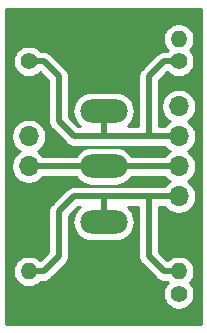
<source format=gbr>
%TF.GenerationSoftware,KiCad,Pcbnew,(5.1.10)-1*%
%TF.CreationDate,2021-09-06T20:37:00+10:00*%
%TF.ProjectId,BasicSwitchBO,42617369-6353-4776-9974-6368424f2e6b,rev?*%
%TF.SameCoordinates,Original*%
%TF.FileFunction,Copper,L2,Bot*%
%TF.FilePolarity,Positive*%
%FSLAX46Y46*%
G04 Gerber Fmt 4.6, Leading zero omitted, Abs format (unit mm)*
G04 Created by KiCad (PCBNEW (5.1.10)-1) date 2021-09-06 20:37:00*
%MOMM*%
%LPD*%
G01*
G04 APERTURE LIST*
%TA.AperFunction,ComponentPad*%
%ADD10O,4.000000X2.000000*%
%TD*%
%TA.AperFunction,ComponentPad*%
%ADD11R,1.700000X1.700000*%
%TD*%
%TA.AperFunction,ComponentPad*%
%ADD12O,1.700000X1.700000*%
%TD*%
%TA.AperFunction,ComponentPad*%
%ADD13C,1.400000*%
%TD*%
%TA.AperFunction,ComponentPad*%
%ADD14O,1.400000X1.400000*%
%TD*%
%TA.AperFunction,ComponentPad*%
%ADD15C,6.400000*%
%TD*%
%TA.AperFunction,ComponentPad*%
%ADD16C,0.800000*%
%TD*%
%TA.AperFunction,Conductor*%
%ADD17C,0.500000*%
%TD*%
%TA.AperFunction,Conductor*%
%ADD18C,0.250000*%
%TD*%
%TA.AperFunction,Conductor*%
%ADD19C,0.254000*%
%TD*%
%TA.AperFunction,Conductor*%
%ADD20C,0.100000*%
%TD*%
G04 APERTURE END LIST*
D10*
%TO.P,SW1,1*%
%TO.N,Net-(J2-Pad2)*%
X166370000Y-110110000D03*
%TO.P,SW1,2*%
%TO.N,Net-(J1-Pad2)*%
X166370000Y-105410000D03*
%TO.P,SW1,3*%
%TO.N,Net-(J2-Pad4)*%
X166370000Y-100710000D03*
%TD*%
D11*
%TO.P,J1,1*%
%TO.N,GND*%
X160020000Y-107950000D03*
D12*
%TO.P,J1,2*%
%TO.N,Net-(J1-Pad2)*%
X160020000Y-105410000D03*
%TO.P,J1,3*%
%TO.N,VCC*%
X160020000Y-102870000D03*
%TD*%
D13*
%TO.P,R4,1*%
%TO.N,Net-(J2-Pad4)*%
X160020000Y-96520000D03*
D14*
%TO.P,R4,2*%
%TO.N,GND*%
X160020000Y-94620000D03*
%TD*%
D13*
%TO.P,R3,1*%
%TO.N,GND*%
X160020000Y-116200000D03*
D14*
%TO.P,R3,2*%
%TO.N,Net-(J2-Pad2)*%
X160020000Y-114300000D03*
%TD*%
D13*
%TO.P,R2,1*%
%TO.N,Net-(J2-Pad4)*%
X172720000Y-96520000D03*
D14*
%TO.P,R2,2*%
%TO.N,VCC*%
X172720000Y-94620000D03*
%TD*%
D13*
%TO.P,R1,1*%
%TO.N,VCC*%
X172720000Y-116200000D03*
D14*
%TO.P,R1,2*%
%TO.N,Net-(J2-Pad2)*%
X172720000Y-114300000D03*
%TD*%
D11*
%TO.P,J2,1*%
%TO.N,GND*%
X172720000Y-110490000D03*
D12*
%TO.P,J2,2*%
%TO.N,Net-(J2-Pad2)*%
X172720000Y-107950000D03*
%TO.P,J2,3*%
%TO.N,Net-(J1-Pad2)*%
X172720000Y-105410000D03*
%TO.P,J2,4*%
%TO.N,Net-(J2-Pad4)*%
X172720000Y-102870000D03*
%TO.P,J2,5*%
%TO.N,VCC*%
X172720000Y-100330000D03*
%TD*%
D15*
%TO.P,H2,1*%
%TO.N,GND*%
X166370000Y-115570000D03*
D16*
X168770000Y-115570000D03*
X168067056Y-117267056D03*
X166370000Y-117970000D03*
X164672944Y-117267056D03*
X163970000Y-115570000D03*
X164672944Y-113872944D03*
X166370000Y-113170000D03*
X168067056Y-113872944D03*
%TD*%
D15*
%TO.P,H1,1*%
%TO.N,GND*%
X166370000Y-95250000D03*
D16*
X168770000Y-95250000D03*
X168067056Y-96947056D03*
X166370000Y-97650000D03*
X164672944Y-96947056D03*
X163970000Y-95250000D03*
X164672944Y-93552944D03*
X166370000Y-92850000D03*
X168067056Y-93552944D03*
%TD*%
D17*
%TO.N,Net-(J1-Pad2)*%
X160020000Y-105410000D02*
X166370000Y-105410000D01*
X166370000Y-105410000D02*
X172720000Y-105410000D01*
%TO.N,Net-(J2-Pad2)*%
X166370000Y-107950000D02*
X166370000Y-110110000D01*
D18*
X171450000Y-107950000D02*
X172720000Y-107950000D01*
D17*
X170180000Y-107950000D02*
X166370000Y-107950000D01*
X172720000Y-107950000D02*
X170180000Y-107950000D01*
X172720000Y-114300000D02*
X171450000Y-114300000D01*
X171450000Y-114300000D02*
X170180000Y-113030000D01*
X170180000Y-113030000D02*
X170180000Y-107950000D01*
X163830000Y-107950000D02*
X166370000Y-107950000D01*
X162560000Y-113030000D02*
X162560000Y-109220000D01*
X162560000Y-109220000D02*
X163830000Y-107950000D01*
X161290000Y-114300000D02*
X162560000Y-113030000D01*
X160020000Y-114300000D02*
X161290000Y-114300000D01*
%TO.N,Net-(J2-Pad4)*%
X166370000Y-102870000D02*
X166370000Y-100710000D01*
X172720000Y-96520000D02*
X171450000Y-96520000D01*
X171450000Y-96520000D02*
X170180000Y-97790000D01*
X163830000Y-102870000D02*
X172720000Y-102870000D01*
X162560000Y-97790000D02*
X162560000Y-101600000D01*
X162560000Y-101600000D02*
X163830000Y-102870000D01*
X161290000Y-96520000D02*
X162560000Y-97790000D01*
X160020000Y-96520000D02*
X161290000Y-96520000D01*
X170180000Y-97790000D02*
X170180000Y-102870000D01*
%TD*%
D19*
%TO.N,GND*%
X174600001Y-118720000D02*
X158140000Y-118720000D01*
X158140000Y-102723740D01*
X158535000Y-102723740D01*
X158535000Y-103016260D01*
X158592068Y-103303158D01*
X158704010Y-103573411D01*
X158866525Y-103816632D01*
X159073368Y-104023475D01*
X159247760Y-104140000D01*
X159073368Y-104256525D01*
X158866525Y-104463368D01*
X158704010Y-104706589D01*
X158592068Y-104976842D01*
X158535000Y-105263740D01*
X158535000Y-105556260D01*
X158592068Y-105843158D01*
X158704010Y-106113411D01*
X158866525Y-106356632D01*
X159073368Y-106563475D01*
X159316589Y-106725990D01*
X159586842Y-106837932D01*
X159873740Y-106895000D01*
X160166260Y-106895000D01*
X160453158Y-106837932D01*
X160723411Y-106725990D01*
X160966632Y-106563475D01*
X161173475Y-106356632D01*
X161214656Y-106295000D01*
X163989135Y-106295000D01*
X164003969Y-106322752D01*
X164208286Y-106571714D01*
X164457248Y-106776031D01*
X164741285Y-106927852D01*
X165049484Y-107021343D01*
X165289678Y-107045000D01*
X167450322Y-107045000D01*
X167690516Y-107021343D01*
X167998715Y-106927852D01*
X168282752Y-106776031D01*
X168531714Y-106571714D01*
X168736031Y-106322752D01*
X168750865Y-106295000D01*
X171525344Y-106295000D01*
X171566525Y-106356632D01*
X171773368Y-106563475D01*
X171947760Y-106680000D01*
X171773368Y-106796525D01*
X171566525Y-107003368D01*
X171525344Y-107065000D01*
X170223477Y-107065000D01*
X170180000Y-107060718D01*
X170136524Y-107065000D01*
X166413476Y-107065000D01*
X166370000Y-107060718D01*
X166326523Y-107065000D01*
X163873465Y-107065000D01*
X163829999Y-107060719D01*
X163786533Y-107065000D01*
X163786523Y-107065000D01*
X163656510Y-107077805D01*
X163489687Y-107128411D01*
X163335941Y-107210589D01*
X163335939Y-107210590D01*
X163335940Y-107210590D01*
X163234953Y-107293468D01*
X163234951Y-107293470D01*
X163201183Y-107321183D01*
X163173470Y-107354951D01*
X161964951Y-108563471D01*
X161931184Y-108591183D01*
X161903471Y-108624951D01*
X161903468Y-108624954D01*
X161820590Y-108725941D01*
X161738412Y-108879687D01*
X161687805Y-109046510D01*
X161670719Y-109220000D01*
X161675001Y-109263479D01*
X161675000Y-112663421D01*
X160973198Y-113365223D01*
X160871013Y-113263038D01*
X160652359Y-113116939D01*
X160409405Y-113016304D01*
X160151486Y-112965000D01*
X159888514Y-112965000D01*
X159630595Y-113016304D01*
X159387641Y-113116939D01*
X159168987Y-113263038D01*
X158983038Y-113448987D01*
X158836939Y-113667641D01*
X158736304Y-113910595D01*
X158685000Y-114168514D01*
X158685000Y-114431486D01*
X158736304Y-114689405D01*
X158836939Y-114932359D01*
X158983038Y-115151013D01*
X159168987Y-115336962D01*
X159387641Y-115483061D01*
X159630595Y-115583696D01*
X159888514Y-115635000D01*
X160151486Y-115635000D01*
X160409405Y-115583696D01*
X160652359Y-115483061D01*
X160871013Y-115336962D01*
X161022975Y-115185000D01*
X161246531Y-115185000D01*
X161290000Y-115189281D01*
X161333469Y-115185000D01*
X161333477Y-115185000D01*
X161463490Y-115172195D01*
X161630313Y-115121589D01*
X161784059Y-115039411D01*
X161918817Y-114928817D01*
X161946534Y-114895044D01*
X163155050Y-113686529D01*
X163188817Y-113658817D01*
X163216533Y-113625046D01*
X163299410Y-113524060D01*
X163299411Y-113524059D01*
X163381589Y-113370313D01*
X163432195Y-113203490D01*
X163445000Y-113073477D01*
X163445000Y-113073467D01*
X163449281Y-113030001D01*
X163445000Y-112986535D01*
X163445000Y-109586578D01*
X164196579Y-108835000D01*
X164346326Y-108835000D01*
X164208286Y-108948286D01*
X164003969Y-109197248D01*
X163852148Y-109481285D01*
X163758657Y-109789484D01*
X163727089Y-110110000D01*
X163758657Y-110430516D01*
X163852148Y-110738715D01*
X164003969Y-111022752D01*
X164208286Y-111271714D01*
X164457248Y-111476031D01*
X164741285Y-111627852D01*
X165049484Y-111721343D01*
X165289678Y-111745000D01*
X167450322Y-111745000D01*
X167690516Y-111721343D01*
X167998715Y-111627852D01*
X168282752Y-111476031D01*
X168531714Y-111271714D01*
X168736031Y-111022752D01*
X168887852Y-110738715D01*
X168981343Y-110430516D01*
X169012911Y-110110000D01*
X168981343Y-109789484D01*
X168887852Y-109481285D01*
X168736031Y-109197248D01*
X168531714Y-108948286D01*
X168393674Y-108835000D01*
X169295001Y-108835000D01*
X169295000Y-112986531D01*
X169290719Y-113030000D01*
X169295000Y-113073469D01*
X169295000Y-113073476D01*
X169299281Y-113116939D01*
X169307805Y-113203490D01*
X169323157Y-113254096D01*
X169358411Y-113370312D01*
X169440589Y-113524058D01*
X169551183Y-113658817D01*
X169584956Y-113686534D01*
X170793470Y-114895049D01*
X170821183Y-114928817D01*
X170854951Y-114956530D01*
X170854953Y-114956532D01*
X170926452Y-115015210D01*
X170955941Y-115039411D01*
X171109687Y-115121589D01*
X171276510Y-115172195D01*
X171406523Y-115185000D01*
X171406533Y-115185000D01*
X171449999Y-115189281D01*
X171493465Y-115185000D01*
X171717025Y-115185000D01*
X171782025Y-115250000D01*
X171683038Y-115348987D01*
X171536939Y-115567641D01*
X171436304Y-115810595D01*
X171385000Y-116068514D01*
X171385000Y-116331486D01*
X171436304Y-116589405D01*
X171536939Y-116832359D01*
X171683038Y-117051013D01*
X171868987Y-117236962D01*
X172087641Y-117383061D01*
X172330595Y-117483696D01*
X172588514Y-117535000D01*
X172851486Y-117535000D01*
X173109405Y-117483696D01*
X173352359Y-117383061D01*
X173571013Y-117236962D01*
X173756962Y-117051013D01*
X173903061Y-116832359D01*
X174003696Y-116589405D01*
X174055000Y-116331486D01*
X174055000Y-116068514D01*
X174003696Y-115810595D01*
X173903061Y-115567641D01*
X173756962Y-115348987D01*
X173657975Y-115250000D01*
X173756962Y-115151013D01*
X173903061Y-114932359D01*
X174003696Y-114689405D01*
X174055000Y-114431486D01*
X174055000Y-114168514D01*
X174003696Y-113910595D01*
X173903061Y-113667641D01*
X173756962Y-113448987D01*
X173571013Y-113263038D01*
X173352359Y-113116939D01*
X173109405Y-113016304D01*
X172851486Y-112965000D01*
X172588514Y-112965000D01*
X172330595Y-113016304D01*
X172087641Y-113116939D01*
X171868987Y-113263038D01*
X171766802Y-113365223D01*
X171065000Y-112663422D01*
X171065000Y-108835000D01*
X171525344Y-108835000D01*
X171566525Y-108896632D01*
X171773368Y-109103475D01*
X172016589Y-109265990D01*
X172286842Y-109377932D01*
X172573740Y-109435000D01*
X172866260Y-109435000D01*
X173153158Y-109377932D01*
X173423411Y-109265990D01*
X173666632Y-109103475D01*
X173873475Y-108896632D01*
X174035990Y-108653411D01*
X174147932Y-108383158D01*
X174205000Y-108096260D01*
X174205000Y-107803740D01*
X174147932Y-107516842D01*
X174035990Y-107246589D01*
X173873475Y-107003368D01*
X173666632Y-106796525D01*
X173492240Y-106680000D01*
X173666632Y-106563475D01*
X173873475Y-106356632D01*
X174035990Y-106113411D01*
X174147932Y-105843158D01*
X174205000Y-105556260D01*
X174205000Y-105263740D01*
X174147932Y-104976842D01*
X174035990Y-104706589D01*
X173873475Y-104463368D01*
X173666632Y-104256525D01*
X173492240Y-104140000D01*
X173666632Y-104023475D01*
X173873475Y-103816632D01*
X174035990Y-103573411D01*
X174147932Y-103303158D01*
X174205000Y-103016260D01*
X174205000Y-102723740D01*
X174147932Y-102436842D01*
X174035990Y-102166589D01*
X173873475Y-101923368D01*
X173666632Y-101716525D01*
X173492240Y-101600000D01*
X173666632Y-101483475D01*
X173873475Y-101276632D01*
X174035990Y-101033411D01*
X174147932Y-100763158D01*
X174205000Y-100476260D01*
X174205000Y-100183740D01*
X174147932Y-99896842D01*
X174035990Y-99626589D01*
X173873475Y-99383368D01*
X173666632Y-99176525D01*
X173423411Y-99014010D01*
X173153158Y-98902068D01*
X172866260Y-98845000D01*
X172573740Y-98845000D01*
X172286842Y-98902068D01*
X172016589Y-99014010D01*
X171773368Y-99176525D01*
X171566525Y-99383368D01*
X171404010Y-99626589D01*
X171292068Y-99896842D01*
X171235000Y-100183740D01*
X171235000Y-100476260D01*
X171292068Y-100763158D01*
X171404010Y-101033411D01*
X171566525Y-101276632D01*
X171773368Y-101483475D01*
X171947760Y-101600000D01*
X171773368Y-101716525D01*
X171566525Y-101923368D01*
X171525344Y-101985000D01*
X171065000Y-101985000D01*
X171065000Y-98156578D01*
X171766802Y-97454777D01*
X171868987Y-97556962D01*
X172087641Y-97703061D01*
X172330595Y-97803696D01*
X172588514Y-97855000D01*
X172851486Y-97855000D01*
X173109405Y-97803696D01*
X173352359Y-97703061D01*
X173571013Y-97556962D01*
X173756962Y-97371013D01*
X173903061Y-97152359D01*
X174003696Y-96909405D01*
X174055000Y-96651486D01*
X174055000Y-96388514D01*
X174003696Y-96130595D01*
X173903061Y-95887641D01*
X173756962Y-95668987D01*
X173657975Y-95570000D01*
X173756962Y-95471013D01*
X173903061Y-95252359D01*
X174003696Y-95009405D01*
X174055000Y-94751486D01*
X174055000Y-94488514D01*
X174003696Y-94230595D01*
X173903061Y-93987641D01*
X173756962Y-93768987D01*
X173571013Y-93583038D01*
X173352359Y-93436939D01*
X173109405Y-93336304D01*
X172851486Y-93285000D01*
X172588514Y-93285000D01*
X172330595Y-93336304D01*
X172087641Y-93436939D01*
X171868987Y-93583038D01*
X171683038Y-93768987D01*
X171536939Y-93987641D01*
X171436304Y-94230595D01*
X171385000Y-94488514D01*
X171385000Y-94751486D01*
X171436304Y-95009405D01*
X171536939Y-95252359D01*
X171683038Y-95471013D01*
X171782025Y-95570000D01*
X171717025Y-95635000D01*
X171493465Y-95635000D01*
X171449999Y-95630719D01*
X171406533Y-95635000D01*
X171406523Y-95635000D01*
X171276510Y-95647805D01*
X171109687Y-95698411D01*
X170955941Y-95780589D01*
X170955939Y-95780590D01*
X170955940Y-95780590D01*
X170854953Y-95863468D01*
X170854951Y-95863470D01*
X170821183Y-95891183D01*
X170793470Y-95924951D01*
X169584956Y-97133466D01*
X169551183Y-97161183D01*
X169440589Y-97295942D01*
X169358411Y-97449688D01*
X169325869Y-97556962D01*
X169307806Y-97616509D01*
X169307805Y-97616511D01*
X169295000Y-97746524D01*
X169295000Y-97746531D01*
X169290719Y-97790000D01*
X169295000Y-97833469D01*
X169295001Y-101985000D01*
X168393674Y-101985000D01*
X168531714Y-101871714D01*
X168736031Y-101622752D01*
X168887852Y-101338715D01*
X168981343Y-101030516D01*
X169012911Y-100710000D01*
X168981343Y-100389484D01*
X168887852Y-100081285D01*
X168736031Y-99797248D01*
X168531714Y-99548286D01*
X168282752Y-99343969D01*
X167998715Y-99192148D01*
X167690516Y-99098657D01*
X167450322Y-99075000D01*
X165289678Y-99075000D01*
X165049484Y-99098657D01*
X164741285Y-99192148D01*
X164457248Y-99343969D01*
X164208286Y-99548286D01*
X164003969Y-99797248D01*
X163852148Y-100081285D01*
X163758657Y-100389484D01*
X163727089Y-100710000D01*
X163758657Y-101030516D01*
X163852148Y-101338715D01*
X164003969Y-101622752D01*
X164208286Y-101871714D01*
X164346326Y-101985000D01*
X164196579Y-101985000D01*
X163445000Y-101233422D01*
X163445000Y-97833465D01*
X163449281Y-97789999D01*
X163445000Y-97746533D01*
X163445000Y-97746523D01*
X163432195Y-97616510D01*
X163381589Y-97449687D01*
X163299411Y-97295941D01*
X163269431Y-97259411D01*
X163216532Y-97194953D01*
X163216530Y-97194951D01*
X163188817Y-97161183D01*
X163155050Y-97133471D01*
X161946534Y-95924956D01*
X161918817Y-95891183D01*
X161784059Y-95780589D01*
X161630313Y-95698411D01*
X161463490Y-95647805D01*
X161333477Y-95635000D01*
X161333469Y-95635000D01*
X161290000Y-95630719D01*
X161246531Y-95635000D01*
X161022975Y-95635000D01*
X160871013Y-95483038D01*
X160652359Y-95336939D01*
X160409405Y-95236304D01*
X160151486Y-95185000D01*
X159888514Y-95185000D01*
X159630595Y-95236304D01*
X159387641Y-95336939D01*
X159168987Y-95483038D01*
X158983038Y-95668987D01*
X158836939Y-95887641D01*
X158736304Y-96130595D01*
X158685000Y-96388514D01*
X158685000Y-96651486D01*
X158736304Y-96909405D01*
X158836939Y-97152359D01*
X158983038Y-97371013D01*
X159168987Y-97556962D01*
X159387641Y-97703061D01*
X159630595Y-97803696D01*
X159888514Y-97855000D01*
X160151486Y-97855000D01*
X160409405Y-97803696D01*
X160652359Y-97703061D01*
X160871013Y-97556962D01*
X160973198Y-97454777D01*
X161675000Y-98156579D01*
X161675001Y-101556521D01*
X161670719Y-101600000D01*
X161687805Y-101773490D01*
X161738412Y-101940313D01*
X161820590Y-102094059D01*
X161903468Y-102195046D01*
X161903471Y-102195049D01*
X161931184Y-102228817D01*
X161964951Y-102256529D01*
X163173470Y-103465049D01*
X163201183Y-103498817D01*
X163234951Y-103526530D01*
X163234953Y-103526532D01*
X163292075Y-103573411D01*
X163335941Y-103609411D01*
X163489687Y-103691589D01*
X163656510Y-103742195D01*
X163786523Y-103755000D01*
X163786533Y-103755000D01*
X163829999Y-103759281D01*
X163873465Y-103755000D01*
X166326523Y-103755000D01*
X166370000Y-103759282D01*
X166413476Y-103755000D01*
X170136524Y-103755000D01*
X170180000Y-103759282D01*
X170223477Y-103755000D01*
X171525344Y-103755000D01*
X171566525Y-103816632D01*
X171773368Y-104023475D01*
X171947760Y-104140000D01*
X171773368Y-104256525D01*
X171566525Y-104463368D01*
X171525344Y-104525000D01*
X168750865Y-104525000D01*
X168736031Y-104497248D01*
X168531714Y-104248286D01*
X168282752Y-104043969D01*
X167998715Y-103892148D01*
X167690516Y-103798657D01*
X167450322Y-103775000D01*
X165289678Y-103775000D01*
X165049484Y-103798657D01*
X164741285Y-103892148D01*
X164457248Y-104043969D01*
X164208286Y-104248286D01*
X164003969Y-104497248D01*
X163989135Y-104525000D01*
X161214656Y-104525000D01*
X161173475Y-104463368D01*
X160966632Y-104256525D01*
X160792240Y-104140000D01*
X160966632Y-104023475D01*
X161173475Y-103816632D01*
X161335990Y-103573411D01*
X161447932Y-103303158D01*
X161505000Y-103016260D01*
X161505000Y-102723740D01*
X161447932Y-102436842D01*
X161335990Y-102166589D01*
X161173475Y-101923368D01*
X160966632Y-101716525D01*
X160723411Y-101554010D01*
X160453158Y-101442068D01*
X160166260Y-101385000D01*
X159873740Y-101385000D01*
X159586842Y-101442068D01*
X159316589Y-101554010D01*
X159073368Y-101716525D01*
X158866525Y-101923368D01*
X158704010Y-102166589D01*
X158592068Y-102436842D01*
X158535000Y-102723740D01*
X158140000Y-102723740D01*
X158140000Y-92100000D01*
X174600000Y-92100000D01*
X174600001Y-118720000D01*
%TA.AperFunction,Conductor*%
D20*
G36*
X174600001Y-118720000D02*
G01*
X158140000Y-118720000D01*
X158140000Y-102723740D01*
X158535000Y-102723740D01*
X158535000Y-103016260D01*
X158592068Y-103303158D01*
X158704010Y-103573411D01*
X158866525Y-103816632D01*
X159073368Y-104023475D01*
X159247760Y-104140000D01*
X159073368Y-104256525D01*
X158866525Y-104463368D01*
X158704010Y-104706589D01*
X158592068Y-104976842D01*
X158535000Y-105263740D01*
X158535000Y-105556260D01*
X158592068Y-105843158D01*
X158704010Y-106113411D01*
X158866525Y-106356632D01*
X159073368Y-106563475D01*
X159316589Y-106725990D01*
X159586842Y-106837932D01*
X159873740Y-106895000D01*
X160166260Y-106895000D01*
X160453158Y-106837932D01*
X160723411Y-106725990D01*
X160966632Y-106563475D01*
X161173475Y-106356632D01*
X161214656Y-106295000D01*
X163989135Y-106295000D01*
X164003969Y-106322752D01*
X164208286Y-106571714D01*
X164457248Y-106776031D01*
X164741285Y-106927852D01*
X165049484Y-107021343D01*
X165289678Y-107045000D01*
X167450322Y-107045000D01*
X167690516Y-107021343D01*
X167998715Y-106927852D01*
X168282752Y-106776031D01*
X168531714Y-106571714D01*
X168736031Y-106322752D01*
X168750865Y-106295000D01*
X171525344Y-106295000D01*
X171566525Y-106356632D01*
X171773368Y-106563475D01*
X171947760Y-106680000D01*
X171773368Y-106796525D01*
X171566525Y-107003368D01*
X171525344Y-107065000D01*
X170223477Y-107065000D01*
X170180000Y-107060718D01*
X170136524Y-107065000D01*
X166413476Y-107065000D01*
X166370000Y-107060718D01*
X166326523Y-107065000D01*
X163873465Y-107065000D01*
X163829999Y-107060719D01*
X163786533Y-107065000D01*
X163786523Y-107065000D01*
X163656510Y-107077805D01*
X163489687Y-107128411D01*
X163335941Y-107210589D01*
X163335939Y-107210590D01*
X163335940Y-107210590D01*
X163234953Y-107293468D01*
X163234951Y-107293470D01*
X163201183Y-107321183D01*
X163173470Y-107354951D01*
X161964951Y-108563471D01*
X161931184Y-108591183D01*
X161903471Y-108624951D01*
X161903468Y-108624954D01*
X161820590Y-108725941D01*
X161738412Y-108879687D01*
X161687805Y-109046510D01*
X161670719Y-109220000D01*
X161675001Y-109263479D01*
X161675000Y-112663421D01*
X160973198Y-113365223D01*
X160871013Y-113263038D01*
X160652359Y-113116939D01*
X160409405Y-113016304D01*
X160151486Y-112965000D01*
X159888514Y-112965000D01*
X159630595Y-113016304D01*
X159387641Y-113116939D01*
X159168987Y-113263038D01*
X158983038Y-113448987D01*
X158836939Y-113667641D01*
X158736304Y-113910595D01*
X158685000Y-114168514D01*
X158685000Y-114431486D01*
X158736304Y-114689405D01*
X158836939Y-114932359D01*
X158983038Y-115151013D01*
X159168987Y-115336962D01*
X159387641Y-115483061D01*
X159630595Y-115583696D01*
X159888514Y-115635000D01*
X160151486Y-115635000D01*
X160409405Y-115583696D01*
X160652359Y-115483061D01*
X160871013Y-115336962D01*
X161022975Y-115185000D01*
X161246531Y-115185000D01*
X161290000Y-115189281D01*
X161333469Y-115185000D01*
X161333477Y-115185000D01*
X161463490Y-115172195D01*
X161630313Y-115121589D01*
X161784059Y-115039411D01*
X161918817Y-114928817D01*
X161946534Y-114895044D01*
X163155050Y-113686529D01*
X163188817Y-113658817D01*
X163216533Y-113625046D01*
X163299410Y-113524060D01*
X163299411Y-113524059D01*
X163381589Y-113370313D01*
X163432195Y-113203490D01*
X163445000Y-113073477D01*
X163445000Y-113073467D01*
X163449281Y-113030001D01*
X163445000Y-112986535D01*
X163445000Y-109586578D01*
X164196579Y-108835000D01*
X164346326Y-108835000D01*
X164208286Y-108948286D01*
X164003969Y-109197248D01*
X163852148Y-109481285D01*
X163758657Y-109789484D01*
X163727089Y-110110000D01*
X163758657Y-110430516D01*
X163852148Y-110738715D01*
X164003969Y-111022752D01*
X164208286Y-111271714D01*
X164457248Y-111476031D01*
X164741285Y-111627852D01*
X165049484Y-111721343D01*
X165289678Y-111745000D01*
X167450322Y-111745000D01*
X167690516Y-111721343D01*
X167998715Y-111627852D01*
X168282752Y-111476031D01*
X168531714Y-111271714D01*
X168736031Y-111022752D01*
X168887852Y-110738715D01*
X168981343Y-110430516D01*
X169012911Y-110110000D01*
X168981343Y-109789484D01*
X168887852Y-109481285D01*
X168736031Y-109197248D01*
X168531714Y-108948286D01*
X168393674Y-108835000D01*
X169295001Y-108835000D01*
X169295000Y-112986531D01*
X169290719Y-113030000D01*
X169295000Y-113073469D01*
X169295000Y-113073476D01*
X169299281Y-113116939D01*
X169307805Y-113203490D01*
X169323157Y-113254096D01*
X169358411Y-113370312D01*
X169440589Y-113524058D01*
X169551183Y-113658817D01*
X169584956Y-113686534D01*
X170793470Y-114895049D01*
X170821183Y-114928817D01*
X170854951Y-114956530D01*
X170854953Y-114956532D01*
X170926452Y-115015210D01*
X170955941Y-115039411D01*
X171109687Y-115121589D01*
X171276510Y-115172195D01*
X171406523Y-115185000D01*
X171406533Y-115185000D01*
X171449999Y-115189281D01*
X171493465Y-115185000D01*
X171717025Y-115185000D01*
X171782025Y-115250000D01*
X171683038Y-115348987D01*
X171536939Y-115567641D01*
X171436304Y-115810595D01*
X171385000Y-116068514D01*
X171385000Y-116331486D01*
X171436304Y-116589405D01*
X171536939Y-116832359D01*
X171683038Y-117051013D01*
X171868987Y-117236962D01*
X172087641Y-117383061D01*
X172330595Y-117483696D01*
X172588514Y-117535000D01*
X172851486Y-117535000D01*
X173109405Y-117483696D01*
X173352359Y-117383061D01*
X173571013Y-117236962D01*
X173756962Y-117051013D01*
X173903061Y-116832359D01*
X174003696Y-116589405D01*
X174055000Y-116331486D01*
X174055000Y-116068514D01*
X174003696Y-115810595D01*
X173903061Y-115567641D01*
X173756962Y-115348987D01*
X173657975Y-115250000D01*
X173756962Y-115151013D01*
X173903061Y-114932359D01*
X174003696Y-114689405D01*
X174055000Y-114431486D01*
X174055000Y-114168514D01*
X174003696Y-113910595D01*
X173903061Y-113667641D01*
X173756962Y-113448987D01*
X173571013Y-113263038D01*
X173352359Y-113116939D01*
X173109405Y-113016304D01*
X172851486Y-112965000D01*
X172588514Y-112965000D01*
X172330595Y-113016304D01*
X172087641Y-113116939D01*
X171868987Y-113263038D01*
X171766802Y-113365223D01*
X171065000Y-112663422D01*
X171065000Y-108835000D01*
X171525344Y-108835000D01*
X171566525Y-108896632D01*
X171773368Y-109103475D01*
X172016589Y-109265990D01*
X172286842Y-109377932D01*
X172573740Y-109435000D01*
X172866260Y-109435000D01*
X173153158Y-109377932D01*
X173423411Y-109265990D01*
X173666632Y-109103475D01*
X173873475Y-108896632D01*
X174035990Y-108653411D01*
X174147932Y-108383158D01*
X174205000Y-108096260D01*
X174205000Y-107803740D01*
X174147932Y-107516842D01*
X174035990Y-107246589D01*
X173873475Y-107003368D01*
X173666632Y-106796525D01*
X173492240Y-106680000D01*
X173666632Y-106563475D01*
X173873475Y-106356632D01*
X174035990Y-106113411D01*
X174147932Y-105843158D01*
X174205000Y-105556260D01*
X174205000Y-105263740D01*
X174147932Y-104976842D01*
X174035990Y-104706589D01*
X173873475Y-104463368D01*
X173666632Y-104256525D01*
X173492240Y-104140000D01*
X173666632Y-104023475D01*
X173873475Y-103816632D01*
X174035990Y-103573411D01*
X174147932Y-103303158D01*
X174205000Y-103016260D01*
X174205000Y-102723740D01*
X174147932Y-102436842D01*
X174035990Y-102166589D01*
X173873475Y-101923368D01*
X173666632Y-101716525D01*
X173492240Y-101600000D01*
X173666632Y-101483475D01*
X173873475Y-101276632D01*
X174035990Y-101033411D01*
X174147932Y-100763158D01*
X174205000Y-100476260D01*
X174205000Y-100183740D01*
X174147932Y-99896842D01*
X174035990Y-99626589D01*
X173873475Y-99383368D01*
X173666632Y-99176525D01*
X173423411Y-99014010D01*
X173153158Y-98902068D01*
X172866260Y-98845000D01*
X172573740Y-98845000D01*
X172286842Y-98902068D01*
X172016589Y-99014010D01*
X171773368Y-99176525D01*
X171566525Y-99383368D01*
X171404010Y-99626589D01*
X171292068Y-99896842D01*
X171235000Y-100183740D01*
X171235000Y-100476260D01*
X171292068Y-100763158D01*
X171404010Y-101033411D01*
X171566525Y-101276632D01*
X171773368Y-101483475D01*
X171947760Y-101600000D01*
X171773368Y-101716525D01*
X171566525Y-101923368D01*
X171525344Y-101985000D01*
X171065000Y-101985000D01*
X171065000Y-98156578D01*
X171766802Y-97454777D01*
X171868987Y-97556962D01*
X172087641Y-97703061D01*
X172330595Y-97803696D01*
X172588514Y-97855000D01*
X172851486Y-97855000D01*
X173109405Y-97803696D01*
X173352359Y-97703061D01*
X173571013Y-97556962D01*
X173756962Y-97371013D01*
X173903061Y-97152359D01*
X174003696Y-96909405D01*
X174055000Y-96651486D01*
X174055000Y-96388514D01*
X174003696Y-96130595D01*
X173903061Y-95887641D01*
X173756962Y-95668987D01*
X173657975Y-95570000D01*
X173756962Y-95471013D01*
X173903061Y-95252359D01*
X174003696Y-95009405D01*
X174055000Y-94751486D01*
X174055000Y-94488514D01*
X174003696Y-94230595D01*
X173903061Y-93987641D01*
X173756962Y-93768987D01*
X173571013Y-93583038D01*
X173352359Y-93436939D01*
X173109405Y-93336304D01*
X172851486Y-93285000D01*
X172588514Y-93285000D01*
X172330595Y-93336304D01*
X172087641Y-93436939D01*
X171868987Y-93583038D01*
X171683038Y-93768987D01*
X171536939Y-93987641D01*
X171436304Y-94230595D01*
X171385000Y-94488514D01*
X171385000Y-94751486D01*
X171436304Y-95009405D01*
X171536939Y-95252359D01*
X171683038Y-95471013D01*
X171782025Y-95570000D01*
X171717025Y-95635000D01*
X171493465Y-95635000D01*
X171449999Y-95630719D01*
X171406533Y-95635000D01*
X171406523Y-95635000D01*
X171276510Y-95647805D01*
X171109687Y-95698411D01*
X170955941Y-95780589D01*
X170955939Y-95780590D01*
X170955940Y-95780590D01*
X170854953Y-95863468D01*
X170854951Y-95863470D01*
X170821183Y-95891183D01*
X170793470Y-95924951D01*
X169584956Y-97133466D01*
X169551183Y-97161183D01*
X169440589Y-97295942D01*
X169358411Y-97449688D01*
X169325869Y-97556962D01*
X169307806Y-97616509D01*
X169307805Y-97616511D01*
X169295000Y-97746524D01*
X169295000Y-97746531D01*
X169290719Y-97790000D01*
X169295000Y-97833469D01*
X169295001Y-101985000D01*
X168393674Y-101985000D01*
X168531714Y-101871714D01*
X168736031Y-101622752D01*
X168887852Y-101338715D01*
X168981343Y-101030516D01*
X169012911Y-100710000D01*
X168981343Y-100389484D01*
X168887852Y-100081285D01*
X168736031Y-99797248D01*
X168531714Y-99548286D01*
X168282752Y-99343969D01*
X167998715Y-99192148D01*
X167690516Y-99098657D01*
X167450322Y-99075000D01*
X165289678Y-99075000D01*
X165049484Y-99098657D01*
X164741285Y-99192148D01*
X164457248Y-99343969D01*
X164208286Y-99548286D01*
X164003969Y-99797248D01*
X163852148Y-100081285D01*
X163758657Y-100389484D01*
X163727089Y-100710000D01*
X163758657Y-101030516D01*
X163852148Y-101338715D01*
X164003969Y-101622752D01*
X164208286Y-101871714D01*
X164346326Y-101985000D01*
X164196579Y-101985000D01*
X163445000Y-101233422D01*
X163445000Y-97833465D01*
X163449281Y-97789999D01*
X163445000Y-97746533D01*
X163445000Y-97746523D01*
X163432195Y-97616510D01*
X163381589Y-97449687D01*
X163299411Y-97295941D01*
X163269431Y-97259411D01*
X163216532Y-97194953D01*
X163216530Y-97194951D01*
X163188817Y-97161183D01*
X163155050Y-97133471D01*
X161946534Y-95924956D01*
X161918817Y-95891183D01*
X161784059Y-95780589D01*
X161630313Y-95698411D01*
X161463490Y-95647805D01*
X161333477Y-95635000D01*
X161333469Y-95635000D01*
X161290000Y-95630719D01*
X161246531Y-95635000D01*
X161022975Y-95635000D01*
X160871013Y-95483038D01*
X160652359Y-95336939D01*
X160409405Y-95236304D01*
X160151486Y-95185000D01*
X159888514Y-95185000D01*
X159630595Y-95236304D01*
X159387641Y-95336939D01*
X159168987Y-95483038D01*
X158983038Y-95668987D01*
X158836939Y-95887641D01*
X158736304Y-96130595D01*
X158685000Y-96388514D01*
X158685000Y-96651486D01*
X158736304Y-96909405D01*
X158836939Y-97152359D01*
X158983038Y-97371013D01*
X159168987Y-97556962D01*
X159387641Y-97703061D01*
X159630595Y-97803696D01*
X159888514Y-97855000D01*
X160151486Y-97855000D01*
X160409405Y-97803696D01*
X160652359Y-97703061D01*
X160871013Y-97556962D01*
X160973198Y-97454777D01*
X161675000Y-98156579D01*
X161675001Y-101556521D01*
X161670719Y-101600000D01*
X161687805Y-101773490D01*
X161738412Y-101940313D01*
X161820590Y-102094059D01*
X161903468Y-102195046D01*
X161903471Y-102195049D01*
X161931184Y-102228817D01*
X161964951Y-102256529D01*
X163173470Y-103465049D01*
X163201183Y-103498817D01*
X163234951Y-103526530D01*
X163234953Y-103526532D01*
X163292075Y-103573411D01*
X163335941Y-103609411D01*
X163489687Y-103691589D01*
X163656510Y-103742195D01*
X163786523Y-103755000D01*
X163786533Y-103755000D01*
X163829999Y-103759281D01*
X163873465Y-103755000D01*
X166326523Y-103755000D01*
X166370000Y-103759282D01*
X166413476Y-103755000D01*
X170136524Y-103755000D01*
X170180000Y-103759282D01*
X170223477Y-103755000D01*
X171525344Y-103755000D01*
X171566525Y-103816632D01*
X171773368Y-104023475D01*
X171947760Y-104140000D01*
X171773368Y-104256525D01*
X171566525Y-104463368D01*
X171525344Y-104525000D01*
X168750865Y-104525000D01*
X168736031Y-104497248D01*
X168531714Y-104248286D01*
X168282752Y-104043969D01*
X167998715Y-103892148D01*
X167690516Y-103798657D01*
X167450322Y-103775000D01*
X165289678Y-103775000D01*
X165049484Y-103798657D01*
X164741285Y-103892148D01*
X164457248Y-104043969D01*
X164208286Y-104248286D01*
X164003969Y-104497248D01*
X163989135Y-104525000D01*
X161214656Y-104525000D01*
X161173475Y-104463368D01*
X160966632Y-104256525D01*
X160792240Y-104140000D01*
X160966632Y-104023475D01*
X161173475Y-103816632D01*
X161335990Y-103573411D01*
X161447932Y-103303158D01*
X161505000Y-103016260D01*
X161505000Y-102723740D01*
X161447932Y-102436842D01*
X161335990Y-102166589D01*
X161173475Y-101923368D01*
X160966632Y-101716525D01*
X160723411Y-101554010D01*
X160453158Y-101442068D01*
X160166260Y-101385000D01*
X159873740Y-101385000D01*
X159586842Y-101442068D01*
X159316589Y-101554010D01*
X159073368Y-101716525D01*
X158866525Y-101923368D01*
X158704010Y-102166589D01*
X158592068Y-102436842D01*
X158535000Y-102723740D01*
X158140000Y-102723740D01*
X158140000Y-92100000D01*
X174600000Y-92100000D01*
X174600001Y-118720000D01*
G37*
%TD.AperFunction*%
%TD*%
M02*

</source>
